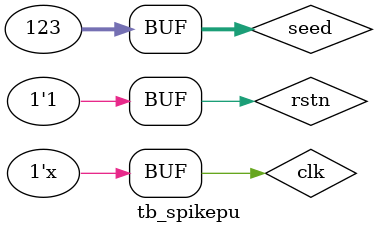
<source format=v>
`timescale 1ns / 1ps
module tb_spikepu;
    reg clk;
    reg rstn;
    reg signed [15:0] in_membrane_potential;
    reg signed [15:0] threshold;
    wire out_spike;
    integer seed = 123;

    spikepu spu (
        .clk (clk),
        .rstn (rstn),
        .in_membrane_potential (in_membrane_potential),
        .out_spike (out_spike),
        .threshold (threshold)
    );

    always #1 clk = ~clk;

    always @ (posedge clk) begin
        in_membrane_potential <= $random%16384;
        threshold <= 14000;
    end

    initial begin
        clk <= 0;
        rstn <= 0;
        #2 rstn <= 1;
    end
endmodule
</source>
